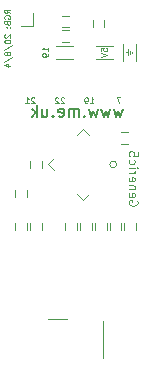
<source format=gbr>
%TF.GenerationSoftware,KiCad,Pcbnew,(6.0.2-0)*%
%TF.CreationDate,2022-03-04T15:37:13+00:00*%
%TF.ProjectId,Generic5,47656e65-7269-4633-952e-6b696361645f,1*%
%TF.SameCoordinates,Original*%
%TF.FileFunction,Legend,Bot*%
%TF.FilePolarity,Positive*%
%FSLAX46Y46*%
G04 Gerber Fmt 4.6, Leading zero omitted, Abs format (unit mm)*
G04 Created by KiCad (PCBNEW (6.0.2-0)) date 2022-03-04 15:37:13*
%MOMM*%
%LPD*%
G01*
G04 APERTURE LIST*
%ADD10C,0.100000*%
%ADD11C,0.150000*%
%ADD12C,0.120000*%
G04 APERTURE END LIST*
D10*
X156026190Y-24904761D02*
X156026190Y-24666666D01*
X156264285Y-24642857D01*
X156240476Y-24666666D01*
X156216666Y-24714285D01*
X156216666Y-24833333D01*
X156240476Y-24880952D01*
X156264285Y-24904761D01*
X156311904Y-24928571D01*
X156430952Y-24928571D01*
X156478571Y-24904761D01*
X156502380Y-24880952D01*
X156526190Y-24833333D01*
X156526190Y-24714285D01*
X156502380Y-24666666D01*
X156478571Y-24642857D01*
X156026190Y-25071428D02*
X156526190Y-25238095D01*
X156026190Y-25404761D01*
X152880952Y-28873809D02*
X152857142Y-28850000D01*
X152809523Y-28826190D01*
X152690476Y-28826190D01*
X152642857Y-28850000D01*
X152619047Y-28873809D01*
X152595238Y-28921428D01*
X152595238Y-28969047D01*
X152619047Y-29040476D01*
X152904761Y-29326190D01*
X152595238Y-29326190D01*
X152404761Y-28873809D02*
X152380952Y-28850000D01*
X152333333Y-28826190D01*
X152214285Y-28826190D01*
X152166666Y-28850000D01*
X152142857Y-28873809D01*
X152119047Y-28921428D01*
X152119047Y-28969047D01*
X152142857Y-29040476D01*
X152428571Y-29326190D01*
X152119047Y-29326190D01*
X151526190Y-24904761D02*
X151526190Y-24619047D01*
X151526190Y-24761904D02*
X151026190Y-24761904D01*
X151097619Y-24714285D01*
X151145238Y-24666666D01*
X151169047Y-24619047D01*
X151526190Y-25142857D02*
X151526190Y-25238095D01*
X151502380Y-25285714D01*
X151478571Y-25309523D01*
X151407142Y-25357142D01*
X151311904Y-25380952D01*
X151121428Y-25380952D01*
X151073809Y-25357142D01*
X151050000Y-25333333D01*
X151026190Y-25285714D01*
X151026190Y-25190476D01*
X151050000Y-25142857D01*
X151073809Y-25119047D01*
X151121428Y-25095238D01*
X151240476Y-25095238D01*
X151288095Y-25119047D01*
X151311904Y-25142857D01*
X151335714Y-25190476D01*
X151335714Y-25285714D01*
X151311904Y-25333333D01*
X151288095Y-25357142D01*
X151240476Y-25380952D01*
X155095238Y-29326190D02*
X155380952Y-29326190D01*
X155238095Y-29326190D02*
X155238095Y-28826190D01*
X155285714Y-28897619D01*
X155333333Y-28945238D01*
X155380952Y-28969047D01*
X154857142Y-29326190D02*
X154761904Y-29326190D01*
X154714285Y-29302380D01*
X154690476Y-29278571D01*
X154642857Y-29207142D01*
X154619047Y-29111904D01*
X154619047Y-28921428D01*
X154642857Y-28873809D01*
X154666666Y-28850000D01*
X154714285Y-28826190D01*
X154809523Y-28826190D01*
X154857142Y-28850000D01*
X154880952Y-28873809D01*
X154904761Y-28921428D01*
X154904761Y-29040476D01*
X154880952Y-29088095D01*
X154857142Y-29111904D01*
X154809523Y-29135714D01*
X154714285Y-29135714D01*
X154666666Y-29111904D01*
X154642857Y-29088095D01*
X154619047Y-29040476D01*
X150380952Y-28873809D02*
X150357142Y-28850000D01*
X150309523Y-28826190D01*
X150190476Y-28826190D01*
X150142857Y-28850000D01*
X150119047Y-28873809D01*
X150095238Y-28921428D01*
X150095238Y-28969047D01*
X150119047Y-29040476D01*
X150404761Y-29326190D01*
X150095238Y-29326190D01*
X149619047Y-29326190D02*
X149904761Y-29326190D01*
X149761904Y-29326190D02*
X149761904Y-28826190D01*
X149809523Y-28897619D01*
X149857142Y-28945238D01*
X149904761Y-28969047D01*
X148326190Y-21669761D02*
X148088095Y-21503095D01*
X148326190Y-21384047D02*
X147826190Y-21384047D01*
X147826190Y-21574523D01*
X147850000Y-21622142D01*
X147873809Y-21645952D01*
X147921428Y-21669761D01*
X147992857Y-21669761D01*
X148040476Y-21645952D01*
X148064285Y-21622142D01*
X148088095Y-21574523D01*
X148088095Y-21384047D01*
X147850000Y-22145952D02*
X147826190Y-22098333D01*
X147826190Y-22026904D01*
X147850000Y-21955476D01*
X147897619Y-21907857D01*
X147945238Y-21884047D01*
X148040476Y-21860238D01*
X148111904Y-21860238D01*
X148207142Y-21884047D01*
X148254761Y-21907857D01*
X148302380Y-21955476D01*
X148326190Y-22026904D01*
X148326190Y-22074523D01*
X148302380Y-22145952D01*
X148278571Y-22169761D01*
X148111904Y-22169761D01*
X148111904Y-22074523D01*
X148064285Y-22550714D02*
X148088095Y-22622142D01*
X148111904Y-22645952D01*
X148159523Y-22669761D01*
X148230952Y-22669761D01*
X148278571Y-22645952D01*
X148302380Y-22622142D01*
X148326190Y-22574523D01*
X148326190Y-22384047D01*
X147826190Y-22384047D01*
X147826190Y-22550714D01*
X147850000Y-22598333D01*
X147873809Y-22622142D01*
X147921428Y-22645952D01*
X147969047Y-22645952D01*
X148016666Y-22622142D01*
X148040476Y-22598333D01*
X148064285Y-22550714D01*
X148064285Y-22384047D01*
X148278571Y-22884047D02*
X148302380Y-22907857D01*
X148326190Y-22884047D01*
X148302380Y-22860238D01*
X148278571Y-22884047D01*
X148326190Y-22884047D01*
X148016666Y-22884047D02*
X148040476Y-22907857D01*
X148064285Y-22884047D01*
X148040476Y-22860238D01*
X148016666Y-22884047D01*
X148064285Y-22884047D01*
X147873809Y-23479285D02*
X147850000Y-23503095D01*
X147826190Y-23550714D01*
X147826190Y-23669761D01*
X147850000Y-23717380D01*
X147873809Y-23741190D01*
X147921428Y-23765000D01*
X147969047Y-23765000D01*
X148040476Y-23741190D01*
X148326190Y-23455476D01*
X148326190Y-23765000D01*
X147826190Y-24074523D02*
X147826190Y-24122142D01*
X147850000Y-24169761D01*
X147873809Y-24193571D01*
X147921428Y-24217380D01*
X148016666Y-24241190D01*
X148135714Y-24241190D01*
X148230952Y-24217380D01*
X148278571Y-24193571D01*
X148302380Y-24169761D01*
X148326190Y-24122142D01*
X148326190Y-24074523D01*
X148302380Y-24026904D01*
X148278571Y-24003095D01*
X148230952Y-23979285D01*
X148135714Y-23955476D01*
X148016666Y-23955476D01*
X147921428Y-23979285D01*
X147873809Y-24003095D01*
X147850000Y-24026904D01*
X147826190Y-24074523D01*
X147802380Y-24812619D02*
X148445238Y-24384047D01*
X148040476Y-25050714D02*
X148016666Y-25003095D01*
X147992857Y-24979285D01*
X147945238Y-24955476D01*
X147921428Y-24955476D01*
X147873809Y-24979285D01*
X147850000Y-25003095D01*
X147826190Y-25050714D01*
X147826190Y-25145952D01*
X147850000Y-25193571D01*
X147873809Y-25217380D01*
X147921428Y-25241190D01*
X147945238Y-25241190D01*
X147992857Y-25217380D01*
X148016666Y-25193571D01*
X148040476Y-25145952D01*
X148040476Y-25050714D01*
X148064285Y-25003095D01*
X148088095Y-24979285D01*
X148135714Y-24955476D01*
X148230952Y-24955476D01*
X148278571Y-24979285D01*
X148302380Y-25003095D01*
X148326190Y-25050714D01*
X148326190Y-25145952D01*
X148302380Y-25193571D01*
X148278571Y-25217380D01*
X148230952Y-25241190D01*
X148135714Y-25241190D01*
X148088095Y-25217380D01*
X148064285Y-25193571D01*
X148040476Y-25145952D01*
X147802380Y-25812619D02*
X148445238Y-25384047D01*
X147992857Y-26193571D02*
X148326190Y-26193571D01*
X147802380Y-26074523D02*
X148159523Y-25955476D01*
X148159523Y-26265000D01*
X159075000Y-37575000D02*
X159110714Y-37646428D01*
X159110714Y-37753571D01*
X159075000Y-37860714D01*
X159003571Y-37932142D01*
X158932142Y-37967857D01*
X158789285Y-38003571D01*
X158682142Y-38003571D01*
X158539285Y-37967857D01*
X158467857Y-37932142D01*
X158396428Y-37860714D01*
X158360714Y-37753571D01*
X158360714Y-37682142D01*
X158396428Y-37575000D01*
X158432142Y-37539285D01*
X158682142Y-37539285D01*
X158682142Y-37682142D01*
X158396428Y-36932142D02*
X158360714Y-37003571D01*
X158360714Y-37146428D01*
X158396428Y-37217857D01*
X158467857Y-37253571D01*
X158753571Y-37253571D01*
X158825000Y-37217857D01*
X158860714Y-37146428D01*
X158860714Y-37003571D01*
X158825000Y-36932142D01*
X158753571Y-36896428D01*
X158682142Y-36896428D01*
X158610714Y-37253571D01*
X158860714Y-36575000D02*
X158360714Y-36575000D01*
X158789285Y-36575000D02*
X158825000Y-36539285D01*
X158860714Y-36467857D01*
X158860714Y-36360714D01*
X158825000Y-36289285D01*
X158753571Y-36253571D01*
X158360714Y-36253571D01*
X158396428Y-35610714D02*
X158360714Y-35682142D01*
X158360714Y-35825000D01*
X158396428Y-35896428D01*
X158467857Y-35932142D01*
X158753571Y-35932142D01*
X158825000Y-35896428D01*
X158860714Y-35825000D01*
X158860714Y-35682142D01*
X158825000Y-35610714D01*
X158753571Y-35575000D01*
X158682142Y-35575000D01*
X158610714Y-35932142D01*
X158360714Y-35253571D02*
X158860714Y-35253571D01*
X158717857Y-35253571D02*
X158789285Y-35217857D01*
X158825000Y-35182142D01*
X158860714Y-35110714D01*
X158860714Y-35039285D01*
X158360714Y-34789285D02*
X158860714Y-34789285D01*
X159110714Y-34789285D02*
X159075000Y-34825000D01*
X159039285Y-34789285D01*
X159075000Y-34753571D01*
X159110714Y-34789285D01*
X159039285Y-34789285D01*
X158396428Y-34110714D02*
X158360714Y-34182142D01*
X158360714Y-34325000D01*
X158396428Y-34396428D01*
X158432142Y-34432142D01*
X158503571Y-34467857D01*
X158717857Y-34467857D01*
X158789285Y-34432142D01*
X158825000Y-34396428D01*
X158860714Y-34325000D01*
X158860714Y-34182142D01*
X158825000Y-34110714D01*
X159110714Y-33432142D02*
X159110714Y-33789285D01*
X158753571Y-33825000D01*
X158789285Y-33789285D01*
X158825000Y-33717857D01*
X158825000Y-33539285D01*
X158789285Y-33467857D01*
X158753571Y-33432142D01*
X158682142Y-33396428D01*
X158503571Y-33396428D01*
X158432142Y-33432142D01*
X158396428Y-33467857D01*
X158360714Y-33539285D01*
X158360714Y-33717857D01*
X158396428Y-33789285D01*
X158432142Y-33825000D01*
X158340476Y-24761904D02*
X158340476Y-25238095D01*
X158483333Y-24857142D02*
X158483333Y-25142857D01*
X158126190Y-25000000D02*
X158340476Y-25000000D01*
X158626190Y-25047619D02*
X158626190Y-24952380D01*
D11*
X157857142Y-29785714D02*
X157666666Y-30452380D01*
X157476190Y-29976190D01*
X157285714Y-30452380D01*
X157095238Y-29785714D01*
X156809523Y-29785714D02*
X156619047Y-30452380D01*
X156428571Y-29976190D01*
X156238095Y-30452380D01*
X156047619Y-29785714D01*
X155761904Y-29785714D02*
X155571428Y-30452380D01*
X155380952Y-29976190D01*
X155190476Y-30452380D01*
X155000000Y-29785714D01*
X154619047Y-30357142D02*
X154571428Y-30404761D01*
X154619047Y-30452380D01*
X154666666Y-30404761D01*
X154619047Y-30357142D01*
X154619047Y-30452380D01*
X154142857Y-30452380D02*
X154142857Y-29785714D01*
X154142857Y-29880952D02*
X154095238Y-29833333D01*
X154000000Y-29785714D01*
X153857142Y-29785714D01*
X153761904Y-29833333D01*
X153714285Y-29928571D01*
X153714285Y-30452380D01*
X153714285Y-29928571D02*
X153666666Y-29833333D01*
X153571428Y-29785714D01*
X153428571Y-29785714D01*
X153333333Y-29833333D01*
X153285714Y-29928571D01*
X153285714Y-30452380D01*
X152428571Y-30404761D02*
X152523809Y-30452380D01*
X152714285Y-30452380D01*
X152809523Y-30404761D01*
X152857142Y-30309523D01*
X152857142Y-29928571D01*
X152809523Y-29833333D01*
X152714285Y-29785714D01*
X152523809Y-29785714D01*
X152428571Y-29833333D01*
X152380952Y-29928571D01*
X152380952Y-30023809D01*
X152857142Y-30119047D01*
X151952380Y-30357142D02*
X151904761Y-30404761D01*
X151952380Y-30452380D01*
X152000000Y-30404761D01*
X151952380Y-30357142D01*
X151952380Y-30452380D01*
X151047619Y-29785714D02*
X151047619Y-30452380D01*
X151476190Y-29785714D02*
X151476190Y-30309523D01*
X151428571Y-30404761D01*
X151333333Y-30452380D01*
X151190476Y-30452380D01*
X151095238Y-30404761D01*
X151047619Y-30357142D01*
X150571428Y-30452380D02*
X150571428Y-29452380D01*
X150476190Y-30071428D02*
X150190476Y-30452380D01*
X150190476Y-29785714D02*
X150571428Y-30166666D01*
D10*
X157666666Y-28826190D02*
X157333333Y-28826190D01*
X157547619Y-29326190D01*
D12*
%TO.C,U3*%
X156175000Y-50850000D02*
X156175000Y-47750000D01*
X153125000Y-47575000D02*
X151525000Y-47575000D01*
%TO.C,R11*%
X149750000Y-40050000D02*
X149750000Y-39450000D01*
X148750000Y-40050000D02*
X148750000Y-39450000D01*
%TO.C,R10*%
X156750000Y-39450000D02*
X156750000Y-40050000D01*
X157750000Y-39450000D02*
X157750000Y-40050000D01*
%TO.C,R7*%
X154000000Y-40050000D02*
X154000000Y-39450000D01*
X153000000Y-40050000D02*
X153000000Y-39450000D01*
%TO.C,R4*%
X155300000Y-22300000D02*
X155300000Y-22900000D01*
X156300000Y-22300000D02*
X156300000Y-22900000D01*
%TO.C,C1*%
X151000000Y-34200000D02*
X151000000Y-34800000D01*
X150000000Y-34200000D02*
X150000000Y-34800000D01*
%TO.C,R1*%
X158300000Y-31750000D02*
X157700000Y-31750000D01*
X158300000Y-32750000D02*
X157700000Y-32750000D01*
%TO.C,R9*%
X158000000Y-39450000D02*
X158000000Y-40050000D01*
X159000000Y-39450000D02*
X159000000Y-40050000D01*
%TO.C,R3*%
X152700000Y-24100000D02*
X153300000Y-24100000D01*
X152700000Y-23100000D02*
X153300000Y-23100000D01*
%TO.C,JP1*%
X158950000Y-24272936D02*
X158950000Y-25727064D01*
X157850000Y-24272936D02*
X157850000Y-25727064D01*
%TO.C,R8*%
X155250000Y-40050000D02*
X155250000Y-39450000D01*
X154250000Y-40050000D02*
X154250000Y-39450000D01*
%TO.C,R12*%
X149750000Y-37225000D02*
X149750000Y-36625000D01*
X148750000Y-37225000D02*
X148750000Y-36625000D01*
%TO.C,R5*%
X151000000Y-40050000D02*
X151000000Y-39450000D01*
X150000000Y-40050000D02*
X150000000Y-39450000D01*
%TO.C,R2*%
X152700000Y-22900000D02*
X153300000Y-22900000D01*
X152700000Y-21900000D02*
X153300000Y-21900000D01*
%TO.C,U2*%
X155012652Y-32028662D02*
X154500000Y-31516009D01*
X153987348Y-36971338D02*
X154500000Y-37483991D01*
X152028662Y-35012652D02*
X151516009Y-34500000D01*
X154500000Y-37483991D02*
X155012652Y-36971338D01*
X154500000Y-31516009D02*
X153987348Y-32028662D01*
X151516009Y-34500000D02*
X152028662Y-33987348D01*
X157328426Y-34500000D02*
G75*
G03*
X157328426Y-34500000I-282842J0D01*
G01*
%TO.C,R6*%
X155500000Y-39450000D02*
X155500000Y-40050000D01*
X156500000Y-39450000D02*
X156500000Y-40050000D01*
%TO.C,JP2*%
X157027064Y-25550000D02*
X155572936Y-25550000D01*
X157027064Y-24450000D02*
X155572936Y-24450000D01*
%TO.C,D1*%
X150250000Y-21650000D02*
X150250000Y-22750000D01*
X150250000Y-22750000D02*
X149250000Y-22750000D01*
%TO.C,JP3*%
X153627064Y-25550000D02*
X152172936Y-25550000D01*
X153627064Y-24450000D02*
X152172936Y-24450000D01*
%TD*%
M02*

</source>
